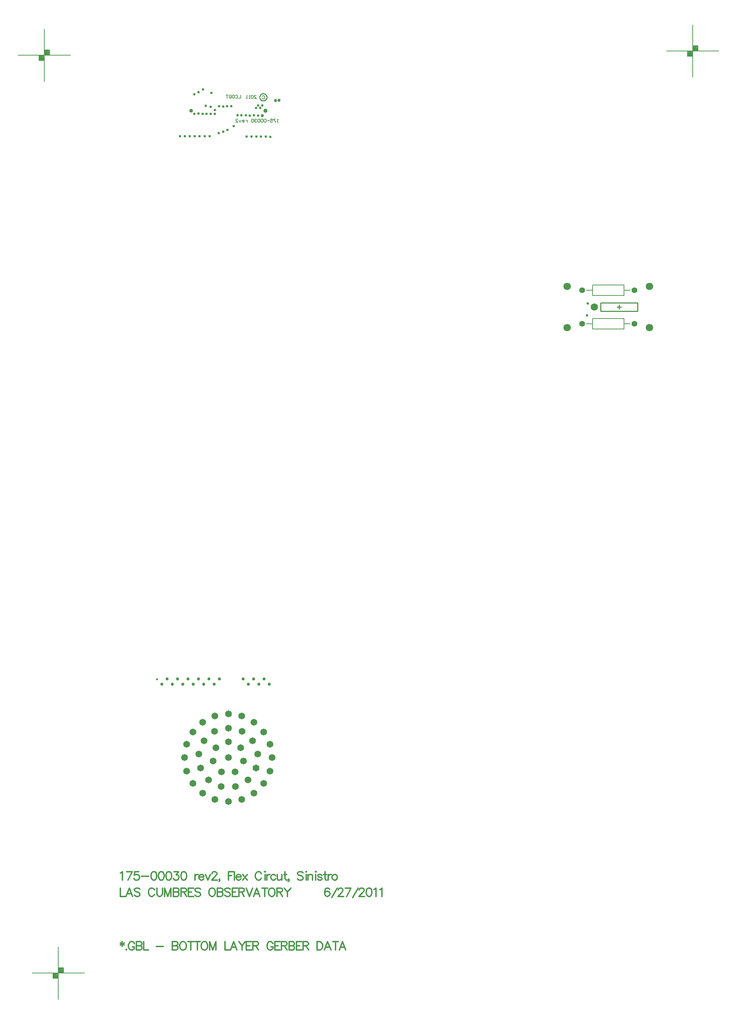
<source format=gbl>
%FSLAX23Y23*%
%MOIN*%
G70*
G01*
G75*
G04 Layer_Physical_Order=6*
G04 Layer_Color=16711680*
%ADD10C,0.030*%
%ADD11C,0.010*%
%ADD12R,0.059X0.118*%
%ADD13R,0.010X0.035*%
%ADD14R,0.063X0.071*%
%ADD15C,0.007*%
%ADD16C,0.008*%
%ADD17C,0.005*%
%ADD18C,0.012*%
%ADD19C,0.012*%
%ADD20C,0.012*%
%ADD21C,0.070*%
%ADD22C,0.065*%
%ADD23C,0.035*%
%ADD24C,0.039*%
%ADD25C,0.055*%
%ADD26C,0.071*%
%ADD27C,0.020*%
%ADD28C,0.030*%
%ADD29C,0.024*%
%ADD30C,0.008*%
D11*
X27273Y22428D02*
X27272Y22438D01*
X27268Y22447D01*
X27261Y22454D01*
X27253Y22460D01*
X27243Y22462D01*
X27233D01*
X27224Y22460D01*
X27216Y22454D01*
X27209Y22447D01*
X27205Y22438D01*
X27204Y22428D01*
X27205Y22418D01*
X27209Y22409D01*
X27216Y22402D01*
X27224Y22397D01*
X27233Y22394D01*
X27243D01*
X27253Y22397D01*
X27261Y22402D01*
X27268Y22409D01*
X27272Y22418D01*
X27273Y22428D01*
X30640Y20425D02*
X30660D01*
X30640Y20406D02*
Y20425D01*
Y20406D02*
Y20445D01*
Y20425D02*
Y20445D01*
X30621Y20425D02*
X30640D01*
X30463Y20386D02*
X30817D01*
Y20465D01*
X30463D02*
X30817D01*
X30463Y20386D02*
Y20465D01*
D16*
X31094Y22868D02*
X31594D01*
X31344Y22618D02*
Y23118D01*
X31394Y22868D02*
Y22918D01*
X31344D02*
X31394D01*
X31294Y22818D02*
Y22868D01*
Y22818D02*
X31344D01*
X31299Y22863D02*
X31339D01*
X31299Y22823D02*
Y22863D01*
Y22823D02*
X31339D01*
Y22863D01*
X31304Y22858D02*
X31334D01*
X31304Y22828D02*
Y22858D01*
Y22828D02*
X31334D01*
Y22853D01*
X31309D02*
X31329D01*
X31309Y22833D02*
Y22853D01*
Y22833D02*
X31329D01*
Y22848D01*
X31314D02*
X31324D01*
X31314Y22838D02*
Y22848D01*
Y22838D02*
X31324D01*
Y22848D01*
X31314Y22843D02*
X31324D01*
X31349Y22913D02*
X31389D01*
X31349Y22873D02*
Y22913D01*
Y22873D02*
X31389D01*
Y22913D01*
X31354Y22908D02*
X31384D01*
X31354Y22878D02*
Y22908D01*
Y22878D02*
X31384D01*
Y22903D01*
X31359D02*
X31379D01*
X31359Y22883D02*
Y22903D01*
Y22883D02*
X31379D01*
Y22898D01*
X31364D02*
X31374D01*
X31364Y22888D02*
Y22898D01*
Y22888D02*
X31374D01*
Y22898D01*
X31364Y22893D02*
X31374D01*
X24895Y22828D02*
X25395D01*
X25145Y22578D02*
Y23078D01*
X25195Y22828D02*
Y22878D01*
X25145D02*
X25195D01*
X25095Y22778D02*
Y22828D01*
Y22778D02*
X25145D01*
X25100Y22823D02*
X25140D01*
X25100Y22783D02*
Y22823D01*
Y22783D02*
X25140D01*
Y22823D01*
X25105Y22818D02*
X25135D01*
X25105Y22788D02*
Y22818D01*
Y22788D02*
X25135D01*
Y22813D01*
X25110D02*
X25130D01*
X25110Y22793D02*
Y22813D01*
Y22793D02*
X25130D01*
Y22808D01*
X25115D02*
X25125D01*
X25115Y22798D02*
Y22808D01*
Y22798D02*
X25125D01*
Y22808D01*
X25115Y22803D02*
X25125D01*
X25150Y22873D02*
X25190D01*
X25150Y22833D02*
Y22873D01*
Y22833D02*
X25190D01*
Y22873D01*
X25155Y22868D02*
X25185D01*
X25155Y22838D02*
Y22868D01*
Y22838D02*
X25185D01*
Y22863D01*
X25160D02*
X25180D01*
X25160Y22843D02*
Y22863D01*
Y22843D02*
X25180D01*
Y22858D01*
X25165D02*
X25175D01*
X25165Y22848D02*
Y22858D01*
Y22848D02*
X25175D01*
Y22858D01*
X25165Y22853D02*
X25175D01*
X25030Y14069D02*
X25530D01*
X25280Y13819D02*
Y14319D01*
X25330Y14069D02*
Y14119D01*
X25280D02*
X25330D01*
X25230Y14019D02*
Y14069D01*
Y14019D02*
X25280D01*
X25235Y14064D02*
X25275D01*
X25235Y14024D02*
Y14064D01*
Y14024D02*
X25275D01*
Y14064D01*
X25240Y14059D02*
X25270D01*
X25240Y14029D02*
Y14059D01*
Y14029D02*
X25270D01*
Y14054D01*
X25245D02*
X25265D01*
X25245Y14034D02*
Y14054D01*
Y14034D02*
X25265D01*
Y14049D01*
X25250D02*
X25260D01*
X25250Y14039D02*
Y14049D01*
Y14039D02*
X25260D01*
Y14049D01*
X25250Y14044D02*
X25260D01*
X25285Y14114D02*
X25325D01*
X25285Y14074D02*
Y14114D01*
Y14074D02*
X25325D01*
Y14114D01*
X25290Y14109D02*
X25320D01*
X25290Y14079D02*
Y14109D01*
Y14079D02*
X25320D01*
Y14104D01*
X25295D02*
X25315D01*
X25295Y14084D02*
Y14104D01*
Y14084D02*
X25315D01*
Y14099D01*
X25300D02*
X25310D01*
X25300Y14089D02*
Y14099D01*
Y14089D02*
X25310D01*
Y14099D01*
X25300Y14094D02*
X25310D01*
D17*
X27382Y22189D02*
X27372D01*
X27377D01*
Y22219D01*
X27382Y22214D01*
X27357Y22219D02*
X27337D01*
Y22214D01*
X27357Y22194D01*
Y22189D01*
X27307Y22219D02*
X27327D01*
Y22204D01*
X27317Y22209D01*
X27312D01*
X27307Y22204D01*
Y22194D01*
X27312Y22189D01*
X27322D01*
X27327Y22194D01*
X27297Y22204D02*
X27277D01*
X27267Y22214D02*
X27262Y22219D01*
X27252D01*
X27247Y22214D01*
Y22194D01*
X27252Y22189D01*
X27262D01*
X27267Y22194D01*
Y22214D01*
X27237D02*
X27232Y22219D01*
X27222D01*
X27217Y22214D01*
Y22194D01*
X27222Y22189D01*
X27232D01*
X27237Y22194D01*
Y22214D01*
X27207D02*
X27202Y22219D01*
X27192D01*
X27187Y22214D01*
Y22194D01*
X27192Y22189D01*
X27202D01*
X27207Y22194D01*
Y22214D01*
X27177D02*
X27172Y22219D01*
X27162D01*
X27157Y22214D01*
Y22209D01*
X27162Y22204D01*
X27167D01*
X27162D01*
X27157Y22199D01*
Y22194D01*
X27162Y22189D01*
X27172D01*
X27177Y22194D01*
X27147Y22214D02*
X27142Y22219D01*
X27132D01*
X27127Y22214D01*
Y22194D01*
X27132Y22189D01*
X27142D01*
X27147Y22194D01*
Y22214D01*
X27087Y22209D02*
Y22189D01*
Y22199D01*
X27082Y22204D01*
X27077Y22209D01*
X27072D01*
X27042Y22189D02*
X27052D01*
X27057Y22194D01*
Y22204D01*
X27052Y22209D01*
X27042D01*
X27037Y22204D01*
Y22199D01*
X27057D01*
X27027Y22209D02*
X27018Y22189D01*
X27008Y22209D01*
X26978Y22189D02*
X26998D01*
X26978Y22209D01*
Y22214D01*
X26983Y22219D01*
X26993D01*
X26998Y22214D01*
X27024Y22448D02*
Y22418D01*
X27004D01*
X26974Y22443D02*
X26979Y22448D01*
X26989D01*
X26994Y22443D01*
Y22423D01*
X26989Y22418D01*
X26979D01*
X26974Y22423D01*
X26949Y22448D02*
X26959D01*
X26964Y22443D01*
Y22423D01*
X26959Y22418D01*
X26949D01*
X26944Y22423D01*
Y22443D01*
X26949Y22448D01*
X26914Y22443D02*
X26919Y22448D01*
X26929D01*
X26934Y22443D01*
Y22423D01*
X26929Y22418D01*
X26919D01*
X26914Y22423D01*
Y22433D01*
X26924D01*
X26904Y22448D02*
X26884D01*
X26894D01*
Y22418D01*
X27229Y22437D02*
X27234Y22442D01*
X27244D01*
X27249Y22437D01*
Y22417D01*
X27244Y22412D01*
X27234D01*
X27229Y22417D01*
X27152Y22417D02*
X27172D01*
X27152Y22437D01*
Y22442D01*
X27157Y22447D01*
X27167D01*
X27172Y22442D01*
X27142D02*
X27137Y22447D01*
X27127D01*
X27122Y22442D01*
Y22422D01*
X27127Y22417D01*
X27137D01*
X27142Y22422D01*
Y22442D01*
X27112Y22417D02*
X27102D01*
X27107D01*
Y22447D01*
X27112Y22442D01*
X27087Y22417D02*
X27077D01*
X27082D01*
Y22447D01*
X27087Y22442D01*
D18*
X25891Y14368D02*
Y14322D01*
X25872Y14357D02*
X25910Y14334D01*
Y14357D02*
X25872Y14334D01*
X25930Y14296D02*
X25926Y14292D01*
X25930Y14288D01*
X25934Y14292D01*
X25930Y14296D01*
X26008Y14349D02*
X26005Y14357D01*
X25997Y14364D01*
X25989Y14368D01*
X25974D01*
X25966Y14364D01*
X25959Y14357D01*
X25955Y14349D01*
X25951Y14338D01*
Y14319D01*
X25955Y14307D01*
X25959Y14299D01*
X25966Y14292D01*
X25974Y14288D01*
X25989D01*
X25997Y14292D01*
X26005Y14299D01*
X26008Y14307D01*
Y14319D01*
X25989D02*
X26008D01*
X26027Y14368D02*
Y14288D01*
Y14368D02*
X26061D01*
X26072Y14364D01*
X26076Y14360D01*
X26080Y14353D01*
Y14345D01*
X26076Y14338D01*
X26072Y14334D01*
X26061Y14330D01*
X26027D02*
X26061D01*
X26072Y14326D01*
X26076Y14322D01*
X26080Y14315D01*
Y14303D01*
X26076Y14296D01*
X26072Y14292D01*
X26061Y14288D01*
X26027D01*
X26098Y14368D02*
Y14288D01*
X26144D01*
X26215Y14322D02*
X26284D01*
X26370Y14368D02*
Y14288D01*
Y14368D02*
X26404D01*
X26416Y14364D01*
X26420Y14360D01*
X26424Y14353D01*
Y14345D01*
X26420Y14338D01*
X26416Y14334D01*
X26404Y14330D01*
X26370D02*
X26404D01*
X26416Y14326D01*
X26420Y14322D01*
X26424Y14315D01*
Y14303D01*
X26420Y14296D01*
X26416Y14292D01*
X26404Y14288D01*
X26370D01*
X26464Y14368D02*
X26457Y14364D01*
X26449Y14357D01*
X26445Y14349D01*
X26441Y14338D01*
Y14319D01*
X26445Y14307D01*
X26449Y14299D01*
X26457Y14292D01*
X26464Y14288D01*
X26479D01*
X26487Y14292D01*
X26495Y14299D01*
X26499Y14307D01*
X26502Y14319D01*
Y14338D01*
X26499Y14349D01*
X26495Y14357D01*
X26487Y14364D01*
X26479Y14368D01*
X26464D01*
X26548D02*
Y14288D01*
X26521Y14368D02*
X26574D01*
X26611D02*
Y14288D01*
X26584Y14368D02*
X26637D01*
X26670D02*
X26662Y14364D01*
X26654Y14357D01*
X26651Y14349D01*
X26647Y14338D01*
Y14319D01*
X26651Y14307D01*
X26654Y14299D01*
X26662Y14292D01*
X26670Y14288D01*
X26685D01*
X26692Y14292D01*
X26700Y14299D01*
X26704Y14307D01*
X26708Y14319D01*
Y14338D01*
X26704Y14349D01*
X26700Y14357D01*
X26692Y14364D01*
X26685Y14368D01*
X26670D01*
X26726D02*
Y14288D01*
Y14368D02*
X26757Y14288D01*
X26787Y14368D02*
X26757Y14288D01*
X26787Y14368D02*
Y14288D01*
X26873Y14368D02*
Y14288D01*
X26919D01*
X26988D02*
X26958Y14368D01*
X26927Y14288D01*
X26939Y14315D02*
X26977D01*
X27007Y14368D02*
X27037Y14330D01*
Y14288D01*
X27068Y14368D02*
X27037Y14330D01*
X27128Y14368D02*
X27078D01*
Y14288D01*
X27128D01*
X27078Y14330D02*
X27109D01*
X27141Y14368D02*
Y14288D01*
Y14368D02*
X27175D01*
X27187Y14364D01*
X27191Y14360D01*
X27194Y14353D01*
Y14345D01*
X27191Y14338D01*
X27187Y14334D01*
X27175Y14330D01*
X27141D01*
X27168D02*
X27194Y14288D01*
X27332Y14349D02*
X27328Y14357D01*
X27321Y14364D01*
X27313Y14368D01*
X27298D01*
X27290Y14364D01*
X27283Y14357D01*
X27279Y14349D01*
X27275Y14338D01*
Y14319D01*
X27279Y14307D01*
X27283Y14299D01*
X27290Y14292D01*
X27298Y14288D01*
X27313D01*
X27321Y14292D01*
X27328Y14299D01*
X27332Y14307D01*
Y14319D01*
X27313D02*
X27332D01*
X27400Y14368D02*
X27351D01*
Y14288D01*
X27400D01*
X27351Y14330D02*
X27381D01*
X27413Y14368D02*
Y14288D01*
Y14368D02*
X27448D01*
X27459Y14364D01*
X27463Y14360D01*
X27467Y14353D01*
Y14345D01*
X27463Y14338D01*
X27459Y14334D01*
X27448Y14330D01*
X27413D01*
X27440D02*
X27467Y14288D01*
X27485Y14368D02*
Y14288D01*
Y14368D02*
X27519D01*
X27530Y14364D01*
X27534Y14360D01*
X27538Y14353D01*
Y14345D01*
X27534Y14338D01*
X27530Y14334D01*
X27519Y14330D01*
X27485D02*
X27519D01*
X27530Y14326D01*
X27534Y14322D01*
X27538Y14315D01*
Y14303D01*
X27534Y14296D01*
X27530Y14292D01*
X27519Y14288D01*
X27485D01*
X27605Y14368D02*
X27556D01*
Y14288D01*
X27605D01*
X27556Y14330D02*
X27586D01*
X27619Y14368D02*
Y14288D01*
Y14368D02*
X27653D01*
X27664Y14364D01*
X27668Y14360D01*
X27672Y14353D01*
Y14345D01*
X27668Y14338D01*
X27664Y14334D01*
X27653Y14330D01*
X27619D01*
X27645D02*
X27672Y14288D01*
X27753Y14368D02*
Y14288D01*
Y14368D02*
X27779D01*
X27791Y14364D01*
X27798Y14357D01*
X27802Y14349D01*
X27806Y14338D01*
Y14319D01*
X27802Y14307D01*
X27798Y14299D01*
X27791Y14292D01*
X27779Y14288D01*
X27753D01*
X27885D02*
X27854Y14368D01*
X27824Y14288D01*
X27835Y14315D02*
X27873D01*
X27930Y14368D02*
Y14288D01*
X27904Y14368D02*
X27957D01*
X28027Y14288D02*
X27997Y14368D01*
X27966Y14288D01*
X27978Y14315D02*
X28016D01*
D19*
X25874Y14880D02*
Y14800D01*
X25920D01*
X25989D02*
X25959Y14880D01*
X25928Y14800D01*
X25940Y14827D02*
X25978D01*
X26061Y14868D02*
X26054Y14876D01*
X26042Y14880D01*
X26027D01*
X26016Y14876D01*
X26008Y14868D01*
Y14861D01*
X26012Y14853D01*
X26016Y14849D01*
X26023Y14846D01*
X26046Y14838D01*
X26054Y14834D01*
X26057Y14830D01*
X26061Y14823D01*
Y14811D01*
X26054Y14804D01*
X26042Y14800D01*
X26027D01*
X26016Y14804D01*
X26008Y14811D01*
X26199Y14861D02*
X26195Y14868D01*
X26188Y14876D01*
X26180Y14880D01*
X26165D01*
X26157Y14876D01*
X26150Y14868D01*
X26146Y14861D01*
X26142Y14849D01*
Y14830D01*
X26146Y14819D01*
X26150Y14811D01*
X26157Y14804D01*
X26165Y14800D01*
X26180D01*
X26188Y14804D01*
X26195Y14811D01*
X26199Y14819D01*
X26222Y14880D02*
Y14823D01*
X26225Y14811D01*
X26233Y14804D01*
X26244Y14800D01*
X26252D01*
X26264Y14804D01*
X26271Y14811D01*
X26275Y14823D01*
Y14880D01*
X26297D02*
Y14800D01*
Y14880D02*
X26327Y14800D01*
X26358Y14880D02*
X26327Y14800D01*
X26358Y14880D02*
Y14800D01*
X26381Y14880D02*
Y14800D01*
Y14880D02*
X26415D01*
X26427Y14876D01*
X26430Y14872D01*
X26434Y14865D01*
Y14857D01*
X26430Y14849D01*
X26427Y14846D01*
X26415Y14842D01*
X26381D02*
X26415D01*
X26427Y14838D01*
X26430Y14834D01*
X26434Y14827D01*
Y14815D01*
X26430Y14808D01*
X26427Y14804D01*
X26415Y14800D01*
X26381D01*
X26452Y14880D02*
Y14800D01*
Y14880D02*
X26486D01*
X26498Y14876D01*
X26502Y14872D01*
X26505Y14865D01*
Y14857D01*
X26502Y14849D01*
X26498Y14846D01*
X26486Y14842D01*
X26452D01*
X26479D02*
X26505Y14800D01*
X26573Y14880D02*
X26523D01*
Y14800D01*
X26573D01*
X26523Y14842D02*
X26554D01*
X26639Y14868D02*
X26632Y14876D01*
X26620Y14880D01*
X26605D01*
X26594Y14876D01*
X26586Y14868D01*
Y14861D01*
X26590Y14853D01*
X26594Y14849D01*
X26601Y14846D01*
X26624Y14838D01*
X26632Y14834D01*
X26636Y14830D01*
X26639Y14823D01*
Y14811D01*
X26632Y14804D01*
X26620Y14800D01*
X26605D01*
X26594Y14804D01*
X26586Y14811D01*
X26743Y14880D02*
X26735Y14876D01*
X26728Y14868D01*
X26724Y14861D01*
X26720Y14849D01*
Y14830D01*
X26724Y14819D01*
X26728Y14811D01*
X26735Y14804D01*
X26743Y14800D01*
X26758D01*
X26766Y14804D01*
X26773Y14811D01*
X26777Y14819D01*
X26781Y14830D01*
Y14849D01*
X26777Y14861D01*
X26773Y14868D01*
X26766Y14876D01*
X26758Y14880D01*
X26743D01*
X26800D02*
Y14800D01*
Y14880D02*
X26834D01*
X26845Y14876D01*
X26849Y14872D01*
X26853Y14865D01*
Y14857D01*
X26849Y14849D01*
X26845Y14846D01*
X26834Y14842D01*
X26800D02*
X26834D01*
X26845Y14838D01*
X26849Y14834D01*
X26853Y14827D01*
Y14815D01*
X26849Y14808D01*
X26845Y14804D01*
X26834Y14800D01*
X26800D01*
X26924Y14868D02*
X26917Y14876D01*
X26905Y14880D01*
X26890D01*
X26879Y14876D01*
X26871Y14868D01*
Y14861D01*
X26875Y14853D01*
X26879Y14849D01*
X26886Y14846D01*
X26909Y14838D01*
X26917Y14834D01*
X26921Y14830D01*
X26924Y14823D01*
Y14811D01*
X26917Y14804D01*
X26905Y14800D01*
X26890D01*
X26879Y14804D01*
X26871Y14811D01*
X26992Y14880D02*
X26942D01*
Y14800D01*
X26992D01*
X26942Y14842D02*
X26973D01*
X27005Y14880D02*
Y14800D01*
Y14880D02*
X27039D01*
X27051Y14876D01*
X27055Y14872D01*
X27058Y14865D01*
Y14857D01*
X27055Y14849D01*
X27051Y14846D01*
X27039Y14842D01*
X27005D01*
X27032D02*
X27058Y14800D01*
X27076Y14880D02*
X27107Y14800D01*
X27137Y14880D02*
X27107Y14800D01*
X27208D02*
X27178Y14880D01*
X27148Y14800D01*
X27159Y14827D02*
X27197D01*
X27254Y14880D02*
Y14800D01*
X27227Y14880D02*
X27280D01*
X27313D02*
X27305Y14876D01*
X27298Y14868D01*
X27294Y14861D01*
X27290Y14849D01*
Y14830D01*
X27294Y14819D01*
X27298Y14811D01*
X27305Y14804D01*
X27313Y14800D01*
X27328D01*
X27336Y14804D01*
X27343Y14811D01*
X27347Y14819D01*
X27351Y14830D01*
Y14849D01*
X27347Y14861D01*
X27343Y14868D01*
X27336Y14876D01*
X27328Y14880D01*
X27313D01*
X27370D02*
Y14800D01*
Y14880D02*
X27404D01*
X27415Y14876D01*
X27419Y14872D01*
X27423Y14865D01*
Y14857D01*
X27419Y14849D01*
X27415Y14846D01*
X27404Y14842D01*
X27370D01*
X27396D02*
X27423Y14800D01*
X27441Y14880D02*
X27471Y14842D01*
Y14800D01*
X27502Y14880D02*
X27471Y14842D01*
X27872Y14868D02*
X27868Y14876D01*
X27857Y14880D01*
X27849D01*
X27838Y14876D01*
X27830Y14865D01*
X27826Y14846D01*
Y14827D01*
X27830Y14811D01*
X27838Y14804D01*
X27849Y14800D01*
X27853D01*
X27864Y14804D01*
X27872Y14811D01*
X27876Y14823D01*
Y14827D01*
X27872Y14838D01*
X27864Y14846D01*
X27853Y14849D01*
X27849D01*
X27838Y14846D01*
X27830Y14838D01*
X27826Y14827D01*
X27893Y14788D02*
X27947Y14880D01*
X27956Y14861D02*
Y14865D01*
X27960Y14872D01*
X27963Y14876D01*
X27971Y14880D01*
X27986D01*
X27994Y14876D01*
X27998Y14872D01*
X28001Y14865D01*
Y14857D01*
X27998Y14849D01*
X27990Y14838D01*
X27952Y14800D01*
X28005D01*
X28076Y14880D02*
X28038Y14800D01*
X28023Y14880D02*
X28076D01*
X28094Y14788D02*
X28148Y14880D01*
X28157Y14861D02*
Y14865D01*
X28161Y14872D01*
X28164Y14876D01*
X28172Y14880D01*
X28187D01*
X28195Y14876D01*
X28199Y14872D01*
X28203Y14865D01*
Y14857D01*
X28199Y14849D01*
X28191Y14838D01*
X28153Y14800D01*
X28206D01*
X28247Y14880D02*
X28236Y14876D01*
X28228Y14865D01*
X28224Y14846D01*
Y14834D01*
X28228Y14815D01*
X28236Y14804D01*
X28247Y14800D01*
X28255D01*
X28266Y14804D01*
X28274Y14815D01*
X28278Y14834D01*
Y14846D01*
X28274Y14865D01*
X28266Y14876D01*
X28255Y14880D01*
X28247D01*
X28295Y14865D02*
X28303Y14868D01*
X28315Y14880D01*
Y14800D01*
X28354Y14865D02*
X28362Y14868D01*
X28373Y14880D01*
Y14800D01*
D20*
X25874Y15021D02*
X25881Y15025D01*
X25893Y15036D01*
Y14956D01*
X25986Y15036D02*
X25948Y14956D01*
X25933Y15036D02*
X25986D01*
X26049D02*
X26011D01*
X26008Y15002D01*
X26011Y15006D01*
X26023Y15010D01*
X26034D01*
X26046Y15006D01*
X26053Y14998D01*
X26057Y14987D01*
Y14979D01*
X26053Y14968D01*
X26046Y14960D01*
X26034Y14956D01*
X26023D01*
X26011Y14960D01*
X26008Y14964D01*
X26004Y14971D01*
X26075Y14991D02*
X26144D01*
X26190Y15036D02*
X26179Y15032D01*
X26171Y15021D01*
X26167Y15002D01*
Y14991D01*
X26171Y14971D01*
X26179Y14960D01*
X26190Y14956D01*
X26198D01*
X26209Y14960D01*
X26217Y14971D01*
X26220Y14991D01*
Y15002D01*
X26217Y15021D01*
X26209Y15032D01*
X26198Y15036D01*
X26190D01*
X26261D02*
X26250Y15032D01*
X26242Y15021D01*
X26238Y15002D01*
Y14991D01*
X26242Y14971D01*
X26250Y14960D01*
X26261Y14956D01*
X26269D01*
X26280Y14960D01*
X26288Y14971D01*
X26292Y14991D01*
Y15002D01*
X26288Y15021D01*
X26280Y15032D01*
X26269Y15036D01*
X26261D01*
X26332D02*
X26321Y15032D01*
X26313Y15021D01*
X26310Y15002D01*
Y14991D01*
X26313Y14971D01*
X26321Y14960D01*
X26332Y14956D01*
X26340D01*
X26351Y14960D01*
X26359Y14971D01*
X26363Y14991D01*
Y15002D01*
X26359Y15021D01*
X26351Y15032D01*
X26340Y15036D01*
X26332D01*
X26388D02*
X26430D01*
X26407Y15006D01*
X26419D01*
X26427Y15002D01*
X26430Y14998D01*
X26434Y14987D01*
Y14979D01*
X26430Y14968D01*
X26423Y14960D01*
X26411Y14956D01*
X26400D01*
X26388Y14960D01*
X26385Y14964D01*
X26381Y14971D01*
X26475Y15036D02*
X26463Y15032D01*
X26456Y15021D01*
X26452Y15002D01*
Y14991D01*
X26456Y14971D01*
X26463Y14960D01*
X26475Y14956D01*
X26483D01*
X26494Y14960D01*
X26502Y14971D01*
X26505Y14991D01*
Y15002D01*
X26502Y15021D01*
X26494Y15032D01*
X26483Y15036D01*
X26475D01*
X26586Y15010D02*
Y14956D01*
Y14987D02*
X26590Y14998D01*
X26598Y15006D01*
X26605Y15010D01*
X26617D01*
X26624Y14987D02*
X26670D01*
Y14994D01*
X26666Y15002D01*
X26662Y15006D01*
X26654Y15010D01*
X26643D01*
X26635Y15006D01*
X26628Y14998D01*
X26624Y14987D01*
Y14979D01*
X26628Y14968D01*
X26635Y14960D01*
X26643Y14956D01*
X26654D01*
X26662Y14960D01*
X26670Y14968D01*
X26687Y15010D02*
X26710Y14956D01*
X26732Y15010D02*
X26710Y14956D01*
X26749Y15017D02*
Y15021D01*
X26753Y15029D01*
X26757Y15032D01*
X26764Y15036D01*
X26780D01*
X26787Y15032D01*
X26791Y15029D01*
X26795Y15021D01*
Y15013D01*
X26791Y15006D01*
X26783Y14994D01*
X26745Y14956D01*
X26799D01*
X26824Y14960D02*
X26820Y14956D01*
X26817Y14960D01*
X26820Y14964D01*
X26824Y14960D01*
Y14952D01*
X26820Y14945D01*
X26817Y14941D01*
X26905Y15036D02*
Y14956D01*
Y15036D02*
X26954D01*
X26905Y14998D02*
X26935D01*
X26963Y15036D02*
Y14956D01*
X26980Y14987D02*
X27026D01*
Y14994D01*
X27022Y15002D01*
X27018Y15006D01*
X27010Y15010D01*
X26999D01*
X26991Y15006D01*
X26984Y14998D01*
X26980Y14987D01*
Y14979D01*
X26984Y14968D01*
X26991Y14960D01*
X26999Y14956D01*
X27010D01*
X27018Y14960D01*
X27026Y14968D01*
X27043Y15010D02*
X27085Y14956D01*
Y15010D02*
X27043Y14956D01*
X27221Y15017D02*
X27218Y15025D01*
X27210Y15032D01*
X27202Y15036D01*
X27187D01*
X27179Y15032D01*
X27172Y15025D01*
X27168Y15017D01*
X27164Y15006D01*
Y14987D01*
X27168Y14975D01*
X27172Y14968D01*
X27179Y14960D01*
X27187Y14956D01*
X27202D01*
X27210Y14960D01*
X27218Y14968D01*
X27221Y14975D01*
X27251Y15036D02*
X27255Y15032D01*
X27259Y15036D01*
X27255Y15040D01*
X27251Y15036D01*
X27255Y15010D02*
Y14956D01*
X27273Y15010D02*
Y14956D01*
Y14987D02*
X27277Y14998D01*
X27285Y15006D01*
X27292Y15010D01*
X27304D01*
X27357Y14998D02*
X27349Y15006D01*
X27341Y15010D01*
X27330D01*
X27322Y15006D01*
X27315Y14998D01*
X27311Y14987D01*
Y14979D01*
X27315Y14968D01*
X27322Y14960D01*
X27330Y14956D01*
X27341D01*
X27349Y14960D01*
X27357Y14968D01*
X27374Y15010D02*
Y14971D01*
X27378Y14960D01*
X27385Y14956D01*
X27397D01*
X27404Y14960D01*
X27416Y14971D01*
Y15010D02*
Y14956D01*
X27448Y15036D02*
Y14971D01*
X27452Y14960D01*
X27459Y14956D01*
X27467D01*
X27437Y15010D02*
X27463D01*
X27486Y14960D02*
X27482Y14956D01*
X27478Y14960D01*
X27482Y14964D01*
X27486Y14960D01*
Y14952D01*
X27482Y14945D01*
X27478Y14941D01*
X27620Y15025D02*
X27612Y15032D01*
X27601Y15036D01*
X27586D01*
X27574Y15032D01*
X27566Y15025D01*
Y15017D01*
X27570Y15010D01*
X27574Y15006D01*
X27582Y15002D01*
X27605Y14994D01*
X27612Y14991D01*
X27616Y14987D01*
X27620Y14979D01*
Y14968D01*
X27612Y14960D01*
X27601Y14956D01*
X27586D01*
X27574Y14960D01*
X27566Y14968D01*
X27645Y15036D02*
X27649Y15032D01*
X27653Y15036D01*
X27649Y15040D01*
X27645Y15036D01*
X27649Y15010D02*
Y14956D01*
X27667Y15010D02*
Y14956D01*
Y14994D02*
X27678Y15006D01*
X27686Y15010D01*
X27697D01*
X27705Y15006D01*
X27709Y14994D01*
Y14956D01*
X27737Y15036D02*
X27741Y15032D01*
X27745Y15036D01*
X27741Y15040D01*
X27737Y15036D01*
X27741Y15010D02*
Y14956D01*
X27801Y14998D02*
X27797Y15006D01*
X27786Y15010D01*
X27774D01*
X27763Y15006D01*
X27759Y14998D01*
X27763Y14991D01*
X27771Y14987D01*
X27790Y14983D01*
X27797Y14979D01*
X27801Y14971D01*
Y14968D01*
X27797Y14960D01*
X27786Y14956D01*
X27774D01*
X27763Y14960D01*
X27759Y14968D01*
X27829Y15036D02*
Y14971D01*
X27833Y14960D01*
X27841Y14956D01*
X27848D01*
X27818Y15010D02*
X27844D01*
X27860D02*
Y14956D01*
Y14987D02*
X27864Y14998D01*
X27871Y15006D01*
X27879Y15010D01*
X27890D01*
X27916D02*
X27909Y15006D01*
X27901Y14998D01*
X27897Y14987D01*
Y14979D01*
X27901Y14968D01*
X27909Y14960D01*
X27916Y14956D01*
X27928D01*
X27936Y14960D01*
X27943Y14968D01*
X27947Y14979D01*
Y14987D01*
X27943Y14998D01*
X27936Y15006D01*
X27928Y15010D01*
X27916D01*
D21*
X30404Y20425D02*
D03*
D22*
X27303Y15995D02*
D03*
X27323Y16124D02*
D03*
X27303Y16253D02*
D03*
X27243Y16370D02*
D03*
X26905Y16124D02*
D03*
Y16274D02*
D03*
X26788Y16218D02*
D03*
X26759Y16091D02*
D03*
X26840Y15989D02*
D03*
X26970Y15989D02*
D03*
X27051Y16091D02*
D03*
X27022Y16218D02*
D03*
X26905Y16407D02*
D03*
X26774Y16375D02*
D03*
X26672Y16285D02*
D03*
X26624Y16158D02*
D03*
X26640Y16024D02*
D03*
X26717Y15912D02*
D03*
X26837Y15849D02*
D03*
X26973Y15849D02*
D03*
X27093Y15912D02*
D03*
X27170Y16024D02*
D03*
X27186Y16158D02*
D03*
X27138Y16285D02*
D03*
X27037Y16375D02*
D03*
X26905Y16542D02*
D03*
X26776Y16522D02*
D03*
X26659Y16462D02*
D03*
X26567Y16370D02*
D03*
X26508Y16253D02*
D03*
X26487Y16124D02*
D03*
X26508Y15995D02*
D03*
X26567Y15878D02*
D03*
X26659Y15786D02*
D03*
X26776Y15727D02*
D03*
X26905Y15706D02*
D03*
X27034Y15727D02*
D03*
X27151Y15786D02*
D03*
X27243Y15878D02*
D03*
X27151Y16462D02*
D03*
X27034Y16522D02*
D03*
D23*
X26551Y22298D02*
D03*
D24*
X27259D02*
D03*
D25*
X30786Y20264D02*
D03*
X30286D02*
D03*
X30786Y20587D02*
D03*
X30286D02*
D03*
D26*
X30142Y20623D02*
D03*
Y20229D02*
D03*
X30930Y20228D02*
D03*
Y20622D02*
D03*
D27*
X26224Y16873D02*
D03*
D28*
X26720Y16874D02*
D03*
X26770Y16824D02*
D03*
X26270D02*
D03*
X26370D02*
D03*
X27295D02*
D03*
X27195D02*
D03*
X27095D02*
D03*
X27245Y16874D02*
D03*
X27145D02*
D03*
X27045D02*
D03*
X26470Y16824D02*
D03*
X26570D02*
D03*
X26670D02*
D03*
X26320Y16874D02*
D03*
X26420D02*
D03*
X26520D02*
D03*
X26620D02*
D03*
X26820D02*
D03*
X27391Y22398D02*
D03*
X27355Y22397D02*
D03*
X27230Y22253D02*
D03*
D29*
X26679Y22057D02*
D03*
X26895Y22116D02*
D03*
X26855Y22099D02*
D03*
X26813Y22085D02*
D03*
X26816Y22341D02*
D03*
X26776Y22306D02*
D03*
X26737Y22335D02*
D03*
X26691Y22347D02*
D03*
X26662Y22502D02*
D03*
X26621Y22475D02*
D03*
X26579Y22456D02*
D03*
X26777Y22269D02*
D03*
X26738Y22270D02*
D03*
X26698Y22268D02*
D03*
X26659Y22269D02*
D03*
X26620Y22272D02*
D03*
X26579Y22269D02*
D03*
X26726Y22057D02*
D03*
X26631D02*
D03*
X26584Y22057D02*
D03*
X26537D02*
D03*
X26490Y22057D02*
D03*
X26442D02*
D03*
X30334Y20344D02*
D03*
X30339Y20459D02*
D03*
X27305Y22050D02*
D03*
X27262Y22051D02*
D03*
X27218D02*
D03*
X27173D02*
D03*
X27126Y22052D02*
D03*
X27080D02*
D03*
X26855Y22339D02*
D03*
X26894Y22342D02*
D03*
X26934Y22343D02*
D03*
X27230Y22349D02*
D03*
X27210Y22327D02*
D03*
X27189Y22349D02*
D03*
X27170Y22326D02*
D03*
X27190Y22251D02*
D03*
X27111Y22253D02*
D03*
X27031Y22254D02*
D03*
X27150D02*
D03*
X27072Y22257D02*
D03*
X26993Y22255D02*
D03*
X26955Y22153D02*
D03*
X26743Y22469D02*
D03*
D30*
X30686Y20264D02*
X30746D01*
X30326D02*
X30386D01*
X30686Y20214D02*
Y20314D01*
X30386D02*
X30686D01*
X30386Y20214D02*
Y20314D01*
Y20214D02*
X30686D01*
X30326Y20587D02*
X30386D01*
X30686D02*
X30746D01*
X30386Y20537D02*
Y20637D01*
Y20537D02*
X30686D01*
Y20637D01*
X30386D02*
X30686D01*
M02*

</source>
